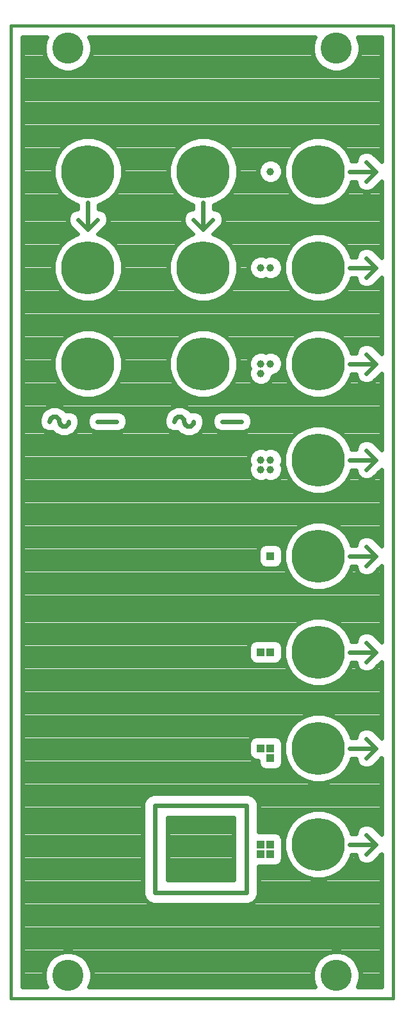
<source format=gtl>
G75*
%MOIN*%
%OFA0B0*%
%FSLAX25Y25*%
%IPPOS*%
%LPD*%
%AMOC8*
5,1,8,0,0,1.08239X$1,22.5*
%
%ADD10C,0.01600*%
%ADD11C,0.02400*%
%ADD12C,0.16205*%
%ADD13C,0.27622*%
%ADD14C,0.03962*%
%ADD15R,0.03962X0.03962*%
D10*
X0004700Y0004700D02*
X0004700Y0510606D01*
X0203519Y0510606D01*
X0203519Y0004700D01*
X0004700Y0004700D01*
D11*
X0010700Y0010700D02*
X0010700Y0504606D01*
X0023146Y0504606D01*
X0022577Y0503620D01*
X0021725Y0500440D01*
X0021725Y0497149D01*
X0022577Y0493969D01*
X0024223Y0491118D01*
X0026551Y0488790D01*
X0029402Y0487144D01*
X0032582Y0486292D01*
X0035874Y0486292D01*
X0039053Y0487144D01*
X0041904Y0488790D01*
X0044232Y0491118D01*
X0045878Y0493969D01*
X0046730Y0497149D01*
X0046730Y0500440D01*
X0045878Y0503620D01*
X0045309Y0504606D01*
X0162910Y0504606D01*
X0162341Y0503620D01*
X0161489Y0500440D01*
X0161489Y0497149D01*
X0162341Y0493969D01*
X0163987Y0491118D01*
X0166315Y0488790D01*
X0169166Y0487144D01*
X0172345Y0486292D01*
X0175637Y0486292D01*
X0178817Y0487144D01*
X0181668Y0488790D01*
X0183996Y0491118D01*
X0185642Y0493969D01*
X0186494Y0497149D01*
X0186494Y0500440D01*
X0185642Y0503620D01*
X0185073Y0504606D01*
X0197519Y0504606D01*
X0197519Y0439801D01*
X0192872Y0444447D01*
X0190814Y0445300D01*
X0188586Y0445300D01*
X0186528Y0444447D01*
X0184953Y0442872D01*
X0184100Y0440814D01*
X0184100Y0440300D01*
X0182053Y0440300D01*
X0181670Y0441729D01*
X0179272Y0445882D01*
X0175882Y0449272D01*
X0171729Y0451670D01*
X0167098Y0452911D01*
X0162302Y0452911D01*
X0157671Y0451670D01*
X0153518Y0449272D01*
X0150128Y0445882D01*
X0147730Y0441729D01*
X0146489Y0437098D01*
X0146489Y0432302D01*
X0147730Y0427671D01*
X0150128Y0423518D01*
X0153518Y0420128D01*
X0157671Y0417730D01*
X0162302Y0416489D01*
X0167098Y0416489D01*
X0171729Y0417730D01*
X0175882Y0420128D01*
X0179272Y0423518D01*
X0181670Y0427671D01*
X0182053Y0429100D01*
X0184100Y0429100D01*
X0184100Y0428586D01*
X0184953Y0426528D01*
X0186528Y0424953D01*
X0188586Y0424100D01*
X0190814Y0424100D01*
X0192872Y0424953D01*
X0197519Y0429599D01*
X0197519Y0389801D01*
X0192872Y0394447D01*
X0190814Y0395300D01*
X0188586Y0395300D01*
X0186528Y0394447D01*
X0184953Y0392872D01*
X0184100Y0390814D01*
X0184100Y0390300D01*
X0182053Y0390300D01*
X0181670Y0391729D01*
X0179272Y0395882D01*
X0175882Y0399272D01*
X0171729Y0401670D01*
X0167098Y0402911D01*
X0162302Y0402911D01*
X0157671Y0401670D01*
X0153518Y0399272D01*
X0150128Y0395882D01*
X0147730Y0391729D01*
X0146489Y0387098D01*
X0146489Y0382302D01*
X0147730Y0377671D01*
X0150128Y0373518D01*
X0153518Y0370128D01*
X0157671Y0367730D01*
X0162302Y0366489D01*
X0167098Y0366489D01*
X0171729Y0367730D01*
X0175882Y0370128D01*
X0179272Y0373518D01*
X0181670Y0377671D01*
X0182053Y0379100D01*
X0184100Y0379100D01*
X0184100Y0378586D01*
X0184953Y0376528D01*
X0186528Y0374953D01*
X0188586Y0374100D01*
X0190814Y0374100D01*
X0192872Y0374953D01*
X0197519Y0379599D01*
X0197519Y0339801D01*
X0192872Y0344447D01*
X0190814Y0345300D01*
X0188586Y0345300D01*
X0186528Y0344447D01*
X0184953Y0342872D01*
X0184100Y0340814D01*
X0184100Y0340300D01*
X0182053Y0340300D01*
X0181670Y0341729D01*
X0179272Y0345882D01*
X0175882Y0349272D01*
X0171729Y0351670D01*
X0167098Y0352911D01*
X0162302Y0352911D01*
X0157671Y0351670D01*
X0153518Y0349272D01*
X0150128Y0345882D01*
X0147730Y0341729D01*
X0146489Y0337098D01*
X0146489Y0332302D01*
X0147730Y0327671D01*
X0150128Y0323518D01*
X0153518Y0320128D01*
X0157671Y0317730D01*
X0162302Y0316489D01*
X0167098Y0316489D01*
X0171729Y0317730D01*
X0175882Y0320128D01*
X0179272Y0323518D01*
X0181670Y0327671D01*
X0182053Y0329100D01*
X0184100Y0329100D01*
X0184100Y0328586D01*
X0184953Y0326528D01*
X0186528Y0324953D01*
X0188586Y0324100D01*
X0190814Y0324100D01*
X0192872Y0324953D01*
X0197519Y0329599D01*
X0197519Y0289801D01*
X0192872Y0294447D01*
X0190814Y0295300D01*
X0188586Y0295300D01*
X0186528Y0294447D01*
X0184953Y0292872D01*
X0184100Y0290814D01*
X0184100Y0290300D01*
X0182053Y0290300D01*
X0181670Y0291729D01*
X0179272Y0295882D01*
X0175882Y0299272D01*
X0171729Y0301670D01*
X0167098Y0302911D01*
X0162302Y0302911D01*
X0157671Y0301670D01*
X0153518Y0299272D01*
X0150128Y0295882D01*
X0147730Y0291729D01*
X0146489Y0287098D01*
X0146489Y0282302D01*
X0147730Y0277671D01*
X0150128Y0273518D01*
X0153518Y0270128D01*
X0157671Y0267730D01*
X0162302Y0266489D01*
X0167098Y0266489D01*
X0171729Y0267730D01*
X0175882Y0270128D01*
X0179272Y0273518D01*
X0181670Y0277671D01*
X0182053Y0279100D01*
X0184100Y0279100D01*
X0184100Y0278586D01*
X0184953Y0276528D01*
X0186528Y0274953D01*
X0188586Y0274100D01*
X0190814Y0274100D01*
X0192872Y0274953D01*
X0197519Y0279599D01*
X0197519Y0239801D01*
X0192872Y0244447D01*
X0190814Y0245300D01*
X0188586Y0245300D01*
X0186528Y0244447D01*
X0184953Y0242872D01*
X0184100Y0240814D01*
X0184100Y0240300D01*
X0182053Y0240300D01*
X0181670Y0241729D01*
X0179272Y0245882D01*
X0175882Y0249272D01*
X0171729Y0251670D01*
X0167098Y0252911D01*
X0162302Y0252911D01*
X0157671Y0251670D01*
X0153518Y0249272D01*
X0150128Y0245882D01*
X0147730Y0241729D01*
X0146489Y0237098D01*
X0146489Y0232302D01*
X0147730Y0227671D01*
X0150128Y0223518D01*
X0153518Y0220128D01*
X0157671Y0217730D01*
X0162302Y0216489D01*
X0167098Y0216489D01*
X0171729Y0217730D01*
X0175882Y0220128D01*
X0179272Y0223518D01*
X0181670Y0227671D01*
X0182053Y0229100D01*
X0184100Y0229100D01*
X0184100Y0228586D01*
X0184953Y0226528D01*
X0186528Y0224953D01*
X0188586Y0224100D01*
X0190814Y0224100D01*
X0192872Y0224953D01*
X0197519Y0229599D01*
X0197519Y0189801D01*
X0192872Y0194447D01*
X0190814Y0195300D01*
X0188586Y0195300D01*
X0186528Y0194447D01*
X0184953Y0192872D01*
X0184100Y0190814D01*
X0184100Y0190300D01*
X0182053Y0190300D01*
X0181670Y0191729D01*
X0179272Y0195882D01*
X0175882Y0199272D01*
X0171729Y0201670D01*
X0167098Y0202911D01*
X0162302Y0202911D01*
X0157671Y0201670D01*
X0153518Y0199272D01*
X0150128Y0195882D01*
X0147730Y0191729D01*
X0146489Y0187098D01*
X0146489Y0182302D01*
X0147730Y0177671D01*
X0150128Y0173518D01*
X0153518Y0170128D01*
X0157671Y0167730D01*
X0162302Y0166489D01*
X0167098Y0166489D01*
X0171729Y0167730D01*
X0175882Y0170128D01*
X0179272Y0173518D01*
X0181670Y0177671D01*
X0182053Y0179100D01*
X0184100Y0179100D01*
X0184100Y0178586D01*
X0184953Y0176528D01*
X0186528Y0174953D01*
X0188586Y0174100D01*
X0190814Y0174100D01*
X0192872Y0174953D01*
X0197519Y0179599D01*
X0197519Y0139801D01*
X0192872Y0144447D01*
X0190814Y0145300D01*
X0188586Y0145300D01*
X0186528Y0144447D01*
X0184953Y0142872D01*
X0184100Y0140814D01*
X0184100Y0140300D01*
X0182053Y0140300D01*
X0181670Y0141729D01*
X0179272Y0145882D01*
X0175882Y0149272D01*
X0171729Y0151670D01*
X0167098Y0152911D01*
X0162302Y0152911D01*
X0157671Y0151670D01*
X0153518Y0149272D01*
X0150128Y0145882D01*
X0147730Y0141729D01*
X0146489Y0137098D01*
X0146489Y0132302D01*
X0147730Y0127671D01*
X0150128Y0123518D01*
X0153518Y0120128D01*
X0157671Y0117730D01*
X0162302Y0116489D01*
X0167098Y0116489D01*
X0171729Y0117730D01*
X0175882Y0120128D01*
X0179272Y0123518D01*
X0181670Y0127671D01*
X0182053Y0129100D01*
X0184100Y0129100D01*
X0184100Y0128586D01*
X0184953Y0126528D01*
X0186528Y0124953D01*
X0188586Y0124100D01*
X0190814Y0124100D01*
X0192872Y0124953D01*
X0197519Y0129599D01*
X0197519Y0089801D01*
X0192872Y0094447D01*
X0190814Y0095300D01*
X0188586Y0095300D01*
X0186528Y0094447D01*
X0184953Y0092872D01*
X0184100Y0090814D01*
X0184100Y0090300D01*
X0182053Y0090300D01*
X0181670Y0091729D01*
X0179272Y0095882D01*
X0175882Y0099272D01*
X0171729Y0101670D01*
X0167098Y0102911D01*
X0162302Y0102911D01*
X0157671Y0101670D01*
X0153518Y0099272D01*
X0150128Y0095882D01*
X0147730Y0091729D01*
X0146489Y0087098D01*
X0146489Y0082302D01*
X0147730Y0077671D01*
X0150128Y0073518D01*
X0153518Y0070128D01*
X0157671Y0067730D01*
X0162302Y0066489D01*
X0167098Y0066489D01*
X0171729Y0067730D01*
X0175882Y0070128D01*
X0179272Y0073518D01*
X0181670Y0077671D01*
X0182053Y0079100D01*
X0184100Y0079100D01*
X0184100Y0078586D01*
X0184953Y0076528D01*
X0186528Y0074953D01*
X0188586Y0074100D01*
X0190814Y0074100D01*
X0192872Y0074953D01*
X0197519Y0079599D01*
X0197519Y0010700D01*
X0185073Y0010700D01*
X0185642Y0011685D01*
X0186494Y0014865D01*
X0186494Y0018157D01*
X0185642Y0021337D01*
X0183996Y0024188D01*
X0181668Y0026515D01*
X0178817Y0028161D01*
X0175637Y0029013D01*
X0172345Y0029013D01*
X0169166Y0028161D01*
X0166315Y0026515D01*
X0163987Y0024188D01*
X0162341Y0021337D01*
X0161489Y0018157D01*
X0161489Y0014865D01*
X0162341Y0011685D01*
X0162910Y0010700D01*
X0045309Y0010700D01*
X0045878Y0011685D01*
X0046730Y0014865D01*
X0046730Y0018157D01*
X0045878Y0021337D01*
X0044232Y0024188D01*
X0041904Y0026515D01*
X0039053Y0028161D01*
X0035874Y0029013D01*
X0032582Y0029013D01*
X0029402Y0028161D01*
X0026551Y0026515D01*
X0024223Y0024188D01*
X0022577Y0021337D01*
X0021725Y0018157D01*
X0021725Y0014865D01*
X0022577Y0011685D01*
X0023146Y0010700D01*
X0010700Y0010700D01*
X0010700Y0011896D02*
X0022521Y0011896D01*
X0021878Y0014294D02*
X0010700Y0014294D01*
X0010700Y0016693D02*
X0021725Y0016693D01*
X0021975Y0019091D02*
X0010700Y0019091D01*
X0010700Y0021490D02*
X0022665Y0021490D01*
X0024050Y0023888D02*
X0010700Y0023888D01*
X0010700Y0026287D02*
X0026322Y0026287D01*
X0031357Y0028685D02*
X0010700Y0028685D01*
X0010700Y0031084D02*
X0197519Y0031084D01*
X0197519Y0033482D02*
X0010700Y0033482D01*
X0010700Y0035881D02*
X0197519Y0035881D01*
X0197519Y0038279D02*
X0010700Y0038279D01*
X0010700Y0040678D02*
X0197519Y0040678D01*
X0197519Y0043076D02*
X0010700Y0043076D01*
X0010700Y0045475D02*
X0197519Y0045475D01*
X0197519Y0047873D02*
X0010700Y0047873D01*
X0010700Y0050272D02*
X0197519Y0050272D01*
X0197519Y0052670D02*
X0010700Y0052670D01*
X0010700Y0055069D02*
X0075280Y0055069D01*
X0076075Y0054274D02*
X0078427Y0053300D01*
X0080973Y0053300D01*
X0125789Y0053300D01*
X0128335Y0053300D01*
X0130688Y0054274D01*
X0132488Y0056075D01*
X0133462Y0058427D01*
X0133462Y0073319D01*
X0142556Y0073319D01*
X0144173Y0073989D01*
X0145411Y0075226D01*
X0146081Y0076844D01*
X0146081Y0087556D01*
X0145411Y0089173D01*
X0144173Y0090411D01*
X0142556Y0091081D01*
X0133462Y0091081D01*
X0133462Y0106091D01*
X0132488Y0108443D01*
X0130688Y0110244D01*
X0128335Y0111218D01*
X0078427Y0111218D01*
X0076075Y0110244D01*
X0074274Y0108443D01*
X0073300Y0106091D01*
X0073300Y0058427D01*
X0074274Y0056075D01*
X0076075Y0054274D01*
X0073698Y0057467D02*
X0010700Y0057467D01*
X0010700Y0059866D02*
X0073300Y0059866D01*
X0073300Y0062264D02*
X0010700Y0062264D01*
X0010700Y0064663D02*
X0073300Y0064663D01*
X0073300Y0067061D02*
X0010700Y0067061D01*
X0010700Y0069460D02*
X0073300Y0069460D01*
X0073300Y0071858D02*
X0010700Y0071858D01*
X0010700Y0074257D02*
X0073300Y0074257D01*
X0073300Y0076655D02*
X0010700Y0076655D01*
X0010700Y0079054D02*
X0073300Y0079054D01*
X0073300Y0081452D02*
X0010700Y0081452D01*
X0010700Y0083851D02*
X0073300Y0083851D01*
X0073300Y0086249D02*
X0010700Y0086249D01*
X0010700Y0088648D02*
X0073300Y0088648D01*
X0073300Y0091046D02*
X0010700Y0091046D01*
X0010700Y0093445D02*
X0073300Y0093445D01*
X0073300Y0095843D02*
X0010700Y0095843D01*
X0010700Y0098242D02*
X0073300Y0098242D01*
X0073300Y0100640D02*
X0010700Y0100640D01*
X0010700Y0103039D02*
X0073300Y0103039D01*
X0073300Y0105437D02*
X0010700Y0105437D01*
X0010700Y0107836D02*
X0074023Y0107836D01*
X0076065Y0110234D02*
X0010700Y0110234D01*
X0010700Y0112633D02*
X0197519Y0112633D01*
X0197519Y0110234D02*
X0130697Y0110234D01*
X0132739Y0107836D02*
X0197519Y0107836D01*
X0197519Y0105437D02*
X0133462Y0105437D01*
X0133462Y0103039D02*
X0197519Y0103039D01*
X0197519Y0100640D02*
X0173512Y0100640D01*
X0176912Y0098242D02*
X0197519Y0098242D01*
X0197519Y0095843D02*
X0179295Y0095843D01*
X0180679Y0093445D02*
X0185525Y0093445D01*
X0184196Y0091046D02*
X0181853Y0091046D01*
X0180950Y0084700D02*
X0194700Y0084700D01*
X0189700Y0079700D01*
X0188207Y0074257D02*
X0179699Y0074257D01*
X0181084Y0076655D02*
X0184900Y0076655D01*
X0184100Y0079054D02*
X0182041Y0079054D01*
X0177613Y0071858D02*
X0197519Y0071858D01*
X0197519Y0069460D02*
X0174725Y0069460D01*
X0169233Y0067061D02*
X0197519Y0067061D01*
X0197519Y0064663D02*
X0133462Y0064663D01*
X0133462Y0067061D02*
X0160167Y0067061D01*
X0154675Y0069460D02*
X0133462Y0069460D01*
X0133462Y0071858D02*
X0151787Y0071858D01*
X0149701Y0074257D02*
X0144442Y0074257D01*
X0146003Y0076655D02*
X0148316Y0076655D01*
X0147359Y0079054D02*
X0146081Y0079054D01*
X0146081Y0081452D02*
X0146717Y0081452D01*
X0146489Y0083851D02*
X0146081Y0083851D01*
X0146081Y0086249D02*
X0146489Y0086249D01*
X0146904Y0088648D02*
X0145629Y0088648D01*
X0147547Y0091046D02*
X0142640Y0091046D01*
X0148721Y0093445D02*
X0133462Y0093445D01*
X0133462Y0095843D02*
X0150105Y0095843D01*
X0152488Y0098242D02*
X0133462Y0098242D01*
X0133462Y0100640D02*
X0155888Y0100640D01*
X0158790Y0117430D02*
X0010700Y0117430D01*
X0010700Y0115032D02*
X0197519Y0115032D01*
X0197519Y0117430D02*
X0170610Y0117430D01*
X0175364Y0119829D02*
X0197519Y0119829D01*
X0197519Y0122227D02*
X0177981Y0122227D01*
X0179912Y0124626D02*
X0187317Y0124626D01*
X0184747Y0127024D02*
X0181297Y0127024D01*
X0180950Y0134700D02*
X0194700Y0134700D01*
X0189700Y0129700D01*
X0192083Y0124626D02*
X0197519Y0124626D01*
X0197519Y0127024D02*
X0194944Y0127024D01*
X0197342Y0129423D02*
X0197519Y0129423D01*
X0194700Y0134700D02*
X0189700Y0139700D01*
X0185894Y0143814D02*
X0180466Y0143814D01*
X0181754Y0141415D02*
X0184349Y0141415D01*
X0178942Y0146212D02*
X0197519Y0146212D01*
X0197519Y0143814D02*
X0193506Y0143814D01*
X0195904Y0141415D02*
X0197519Y0141415D01*
X0197519Y0148611D02*
X0176544Y0148611D01*
X0172874Y0151009D02*
X0197519Y0151009D01*
X0197519Y0153408D02*
X0010700Y0153408D01*
X0010700Y0155806D02*
X0197519Y0155806D01*
X0197519Y0158205D02*
X0010700Y0158205D01*
X0010700Y0160603D02*
X0197519Y0160603D01*
X0197519Y0163002D02*
X0010700Y0163002D01*
X0010700Y0165400D02*
X0197519Y0165400D01*
X0197519Y0167799D02*
X0171848Y0167799D01*
X0175952Y0170197D02*
X0197519Y0170197D01*
X0197519Y0172596D02*
X0178350Y0172596D01*
X0180125Y0174994D02*
X0186486Y0174994D01*
X0184594Y0177393D02*
X0181509Y0177393D01*
X0180950Y0184700D02*
X0194700Y0184700D01*
X0189700Y0179700D01*
X0192914Y0174994D02*
X0197519Y0174994D01*
X0197519Y0177393D02*
X0195312Y0177393D01*
X0194700Y0184700D02*
X0189700Y0189700D01*
X0186263Y0194182D02*
X0180254Y0194182D01*
X0181638Y0191784D02*
X0184502Y0191784D01*
X0178573Y0196581D02*
X0197519Y0196581D01*
X0197519Y0198979D02*
X0176175Y0198979D01*
X0172235Y0201378D02*
X0197519Y0201378D01*
X0197519Y0203776D02*
X0010700Y0203776D01*
X0010700Y0201378D02*
X0157165Y0201378D01*
X0153225Y0198979D02*
X0010700Y0198979D01*
X0010700Y0196581D02*
X0150827Y0196581D01*
X0149146Y0194182D02*
X0010700Y0194182D01*
X0010700Y0191784D02*
X0147762Y0191784D01*
X0147102Y0189385D02*
X0145199Y0189385D01*
X0145411Y0189173D02*
X0144173Y0190411D01*
X0142556Y0191081D01*
X0136844Y0191081D01*
X0131844Y0191081D01*
X0130226Y0190411D01*
X0128989Y0189173D01*
X0128319Y0187556D01*
X0128319Y0181844D01*
X0128989Y0180226D01*
X0130226Y0178989D01*
X0131844Y0178319D01*
X0142556Y0178319D01*
X0144173Y0178989D01*
X0145411Y0180226D01*
X0146081Y0181844D01*
X0146081Y0187556D01*
X0145411Y0189173D01*
X0146081Y0186987D02*
X0146489Y0186987D01*
X0146489Y0184588D02*
X0146081Y0184588D01*
X0146081Y0182190D02*
X0146519Y0182190D01*
X0147162Y0179791D02*
X0144976Y0179791D01*
X0147891Y0177393D02*
X0010700Y0177393D01*
X0010700Y0179791D02*
X0129424Y0179791D01*
X0128319Y0182190D02*
X0010700Y0182190D01*
X0010700Y0184588D02*
X0128319Y0184588D01*
X0128319Y0186987D02*
X0010700Y0186987D01*
X0010700Y0189385D02*
X0129201Y0189385D01*
X0136844Y0228319D02*
X0135226Y0228989D01*
X0133989Y0230226D01*
X0133319Y0231844D01*
X0133319Y0237556D01*
X0133989Y0239173D01*
X0135226Y0240411D01*
X0136844Y0241081D01*
X0142556Y0241081D01*
X0144173Y0240411D01*
X0145411Y0239173D01*
X0146081Y0237556D01*
X0146081Y0231844D01*
X0145411Y0230226D01*
X0144173Y0228989D01*
X0142556Y0228319D01*
X0136844Y0228319D01*
X0134055Y0230160D02*
X0010700Y0230160D01*
X0010700Y0227762D02*
X0147706Y0227762D01*
X0147063Y0230160D02*
X0145345Y0230160D01*
X0146081Y0232559D02*
X0146489Y0232559D01*
X0146489Y0234957D02*
X0146081Y0234957D01*
X0146081Y0237356D02*
X0146558Y0237356D01*
X0147201Y0239754D02*
X0144831Y0239754D01*
X0147975Y0242153D02*
X0010700Y0242153D01*
X0010700Y0244551D02*
X0149359Y0244551D01*
X0151195Y0246950D02*
X0010700Y0246950D01*
X0010700Y0249348D02*
X0153649Y0249348D01*
X0157957Y0251747D02*
X0010700Y0251747D01*
X0010700Y0254145D02*
X0197519Y0254145D01*
X0197519Y0251747D02*
X0171443Y0251747D01*
X0175751Y0249348D02*
X0197519Y0249348D01*
X0197519Y0246950D02*
X0178205Y0246950D01*
X0180041Y0244551D02*
X0186778Y0244551D01*
X0184655Y0242153D02*
X0181425Y0242153D01*
X0180950Y0234700D02*
X0194700Y0234700D01*
X0189700Y0229700D01*
X0184442Y0227762D02*
X0181694Y0227762D01*
X0180338Y0225363D02*
X0186117Y0225363D01*
X0178719Y0222965D02*
X0197519Y0222965D01*
X0197519Y0225363D02*
X0193283Y0225363D01*
X0195681Y0227762D02*
X0197519Y0227762D01*
X0194700Y0234700D02*
X0189700Y0239700D01*
X0192622Y0244551D02*
X0197519Y0244551D01*
X0197519Y0242153D02*
X0195167Y0242153D01*
X0197519Y0256544D02*
X0010700Y0256544D01*
X0010700Y0258942D02*
X0197519Y0258942D01*
X0197519Y0261341D02*
X0010700Y0261341D01*
X0010700Y0263739D02*
X0197519Y0263739D01*
X0197519Y0266138D02*
X0010700Y0266138D01*
X0010700Y0268536D02*
X0156274Y0268536D01*
X0152711Y0270935D02*
X0010700Y0270935D01*
X0010700Y0273333D02*
X0133396Y0273333D01*
X0133431Y0273319D02*
X0135969Y0273319D01*
X0137200Y0273829D01*
X0138431Y0273319D01*
X0140969Y0273319D01*
X0143315Y0274290D01*
X0145110Y0276085D01*
X0146081Y0278431D01*
X0146081Y0280969D01*
X0145571Y0282200D01*
X0146081Y0283431D01*
X0146081Y0285969D01*
X0145110Y0288315D01*
X0143315Y0290110D01*
X0140969Y0291081D01*
X0138431Y0291081D01*
X0137200Y0290571D01*
X0135969Y0291081D01*
X0133431Y0291081D01*
X0131085Y0290110D01*
X0129290Y0288315D01*
X0128319Y0285969D01*
X0128319Y0283431D01*
X0128829Y0282200D01*
X0128319Y0280969D01*
X0128319Y0278431D01*
X0129290Y0276085D01*
X0131085Y0274290D01*
X0133431Y0273319D01*
X0136004Y0273333D02*
X0138396Y0273333D01*
X0141004Y0273333D02*
X0150312Y0273333D01*
X0148850Y0275732D02*
X0144756Y0275732D01*
X0145957Y0278130D02*
X0147607Y0278130D01*
X0146964Y0280529D02*
X0146081Y0280529D01*
X0145873Y0282927D02*
X0146489Y0282927D01*
X0146489Y0285326D02*
X0146081Y0285326D01*
X0146657Y0287724D02*
X0145354Y0287724D01*
X0147300Y0290123D02*
X0143283Y0290123D01*
X0148187Y0292521D02*
X0010700Y0292521D01*
X0010700Y0290123D02*
X0131117Y0290123D01*
X0129046Y0287724D02*
X0010700Y0287724D01*
X0010700Y0285326D02*
X0128319Y0285326D01*
X0128527Y0282927D02*
X0010700Y0282927D01*
X0010700Y0280529D02*
X0128319Y0280529D01*
X0128443Y0278130D02*
X0010700Y0278130D01*
X0010700Y0275732D02*
X0129644Y0275732D01*
X0125814Y0299100D02*
X0127872Y0299953D01*
X0129447Y0301528D01*
X0130300Y0303586D01*
X0130300Y0305814D01*
X0129447Y0307872D01*
X0127872Y0309447D01*
X0125814Y0310300D01*
X0113586Y0310300D01*
X0111528Y0309447D01*
X0109953Y0307872D01*
X0109100Y0305814D01*
X0109100Y0303586D01*
X0109953Y0301528D01*
X0111528Y0299953D01*
X0113586Y0299100D01*
X0125814Y0299100D01*
X0127303Y0299717D02*
X0154288Y0299717D01*
X0151564Y0297318D02*
X0100546Y0297318D01*
X0101788Y0297833D02*
X0098811Y0296600D01*
X0095589Y0296600D01*
X0092612Y0297833D01*
X0091189Y0299256D01*
X0090814Y0299100D01*
X0088586Y0299100D01*
X0086528Y0299953D01*
X0084953Y0301528D01*
X0084100Y0303586D01*
X0084100Y0306311D01*
X0085333Y0309288D01*
X0085333Y0309288D01*
X0087612Y0311567D01*
X0087612Y0311567D01*
X0090589Y0312800D01*
X0093811Y0312800D01*
X0096788Y0311567D01*
X0096788Y0311567D01*
X0098211Y0310144D01*
X0098586Y0310300D01*
X0100814Y0310300D01*
X0102872Y0309447D01*
X0104447Y0307872D01*
X0105300Y0305814D01*
X0105300Y0303089D01*
X0104067Y0300112D01*
X0104067Y0300112D01*
X0101788Y0297833D01*
X0101788Y0297833D01*
X0103672Y0299717D02*
X0112097Y0299717D01*
X0109709Y0302115D02*
X0104897Y0302115D01*
X0105300Y0304514D02*
X0109100Y0304514D01*
X0109555Y0306912D02*
X0104845Y0306912D01*
X0103009Y0309311D02*
X0111391Y0309311D01*
X0114700Y0304700D02*
X0124700Y0304700D01*
X0128009Y0309311D02*
X0197519Y0309311D01*
X0197519Y0311709D02*
X0096444Y0311709D01*
X0097671Y0317730D02*
X0093518Y0320128D01*
X0090128Y0323518D01*
X0087730Y0327671D01*
X0086489Y0332302D01*
X0086489Y0337098D01*
X0087730Y0341729D01*
X0090128Y0345882D01*
X0093518Y0349272D01*
X0097671Y0351670D01*
X0102302Y0352911D01*
X0107098Y0352911D01*
X0111729Y0351670D01*
X0115882Y0349272D01*
X0119272Y0345882D01*
X0121670Y0341729D01*
X0122911Y0337098D01*
X0122911Y0332302D01*
X0121670Y0327671D01*
X0119272Y0323518D01*
X0115882Y0320128D01*
X0111729Y0317730D01*
X0107098Y0316489D01*
X0102302Y0316489D01*
X0097671Y0317730D01*
X0095636Y0318905D02*
X0053764Y0318905D01*
X0051729Y0317730D02*
X0055882Y0320128D01*
X0059272Y0323518D01*
X0061670Y0327671D01*
X0062911Y0332302D01*
X0062911Y0337098D01*
X0061670Y0341729D01*
X0059272Y0345882D01*
X0055882Y0349272D01*
X0051729Y0351670D01*
X0047098Y0352911D01*
X0042302Y0352911D01*
X0037671Y0351670D01*
X0033518Y0349272D01*
X0030128Y0345882D01*
X0027730Y0341729D01*
X0026489Y0337098D01*
X0026489Y0332302D01*
X0027730Y0327671D01*
X0030128Y0323518D01*
X0033518Y0320128D01*
X0037671Y0317730D01*
X0042302Y0316489D01*
X0047098Y0316489D01*
X0051729Y0317730D01*
X0057058Y0321303D02*
X0092342Y0321303D01*
X0090021Y0323702D02*
X0059379Y0323702D01*
X0060763Y0326101D02*
X0088637Y0326101D01*
X0087508Y0328499D02*
X0061892Y0328499D01*
X0062535Y0330898D02*
X0086865Y0330898D01*
X0086489Y0333296D02*
X0062911Y0333296D01*
X0062911Y0335695D02*
X0086489Y0335695D01*
X0086756Y0338093D02*
X0062644Y0338093D01*
X0062002Y0340492D02*
X0087398Y0340492D01*
X0088400Y0342890D02*
X0061000Y0342890D01*
X0059615Y0345289D02*
X0089785Y0345289D01*
X0091933Y0347687D02*
X0057467Y0347687D01*
X0054473Y0350086D02*
X0094927Y0350086D01*
X0100709Y0352484D02*
X0048691Y0352484D01*
X0047098Y0366489D02*
X0051729Y0367730D01*
X0055882Y0370128D01*
X0059272Y0373518D01*
X0061670Y0377671D01*
X0062911Y0382302D01*
X0062911Y0387098D01*
X0061670Y0391729D01*
X0059272Y0395882D01*
X0055882Y0399272D01*
X0051729Y0401670D01*
X0050042Y0402122D01*
X0054447Y0406528D01*
X0055300Y0408586D01*
X0055300Y0410814D01*
X0054447Y0412872D01*
X0052872Y0414447D01*
X0050814Y0415300D01*
X0050300Y0415300D01*
X0050300Y0417347D01*
X0051729Y0417730D01*
X0055882Y0420128D01*
X0059272Y0423518D01*
X0061670Y0427671D01*
X0062911Y0432302D01*
X0062911Y0437098D01*
X0061670Y0441729D01*
X0059272Y0445882D01*
X0055882Y0449272D01*
X0051729Y0451670D01*
X0047098Y0452911D01*
X0042302Y0452911D01*
X0037671Y0451670D01*
X0033518Y0449272D01*
X0030128Y0445882D01*
X0027730Y0441729D01*
X0026489Y0437098D01*
X0026489Y0432302D01*
X0027730Y0427671D01*
X0030128Y0423518D01*
X0033518Y0420128D01*
X0037671Y0417730D01*
X0039100Y0417347D01*
X0039100Y0415300D01*
X0038586Y0415300D01*
X0036528Y0414447D01*
X0034953Y0412872D01*
X0034100Y0410814D01*
X0034100Y0408586D01*
X0034953Y0406528D01*
X0039358Y0402122D01*
X0037671Y0401670D01*
X0033518Y0399272D01*
X0030128Y0395882D01*
X0027730Y0391729D01*
X0026489Y0387098D01*
X0026489Y0382302D01*
X0027730Y0377671D01*
X0030128Y0373518D01*
X0033518Y0370128D01*
X0037671Y0367730D01*
X0042302Y0366489D01*
X0047098Y0366489D01*
X0048539Y0366875D02*
X0100861Y0366875D01*
X0102302Y0366489D02*
X0107098Y0366489D01*
X0111729Y0367730D01*
X0115882Y0370128D01*
X0119272Y0373518D01*
X0121670Y0377671D01*
X0122911Y0382302D01*
X0122911Y0387098D01*
X0121670Y0391729D01*
X0119272Y0395882D01*
X0115882Y0399272D01*
X0111729Y0401670D01*
X0110042Y0402122D01*
X0114447Y0406528D01*
X0115300Y0408586D01*
X0115300Y0410814D01*
X0114447Y0412872D01*
X0112872Y0414447D01*
X0110814Y0415300D01*
X0110300Y0415300D01*
X0110300Y0417347D01*
X0111729Y0417730D01*
X0115882Y0420128D01*
X0119272Y0423518D01*
X0121670Y0427671D01*
X0122911Y0432302D01*
X0122911Y0437098D01*
X0121670Y0441729D01*
X0119272Y0445882D01*
X0115882Y0449272D01*
X0111729Y0451670D01*
X0107098Y0452911D01*
X0102302Y0452911D01*
X0097671Y0451670D01*
X0093518Y0449272D01*
X0090128Y0445882D01*
X0087730Y0441729D01*
X0086489Y0437098D01*
X0086489Y0432302D01*
X0087730Y0427671D01*
X0090128Y0423518D01*
X0093518Y0420128D01*
X0097671Y0417730D01*
X0099100Y0417347D01*
X0099100Y0415300D01*
X0098586Y0415300D01*
X0096528Y0414447D01*
X0094953Y0412872D01*
X0094100Y0410814D01*
X0094100Y0408586D01*
X0094953Y0406528D01*
X0099358Y0402122D01*
X0097671Y0401670D01*
X0093518Y0399272D01*
X0090128Y0395882D01*
X0087730Y0391729D01*
X0086489Y0387098D01*
X0086489Y0382302D01*
X0087730Y0377671D01*
X0090128Y0373518D01*
X0093518Y0370128D01*
X0097671Y0367730D01*
X0102302Y0366489D01*
X0108539Y0366875D02*
X0160861Y0366875D01*
X0154997Y0369274D02*
X0114403Y0369274D01*
X0117427Y0371672D02*
X0151973Y0371672D01*
X0149809Y0374071D02*
X0119591Y0374071D01*
X0120976Y0376469D02*
X0148424Y0376469D01*
X0147409Y0378868D02*
X0142294Y0378868D01*
X0143315Y0379290D02*
X0140969Y0378319D01*
X0138431Y0378319D01*
X0137200Y0378829D01*
X0135969Y0378319D01*
X0133431Y0378319D01*
X0131085Y0379290D01*
X0129290Y0381085D01*
X0128319Y0383431D01*
X0128319Y0385969D01*
X0129290Y0388315D01*
X0131085Y0390110D01*
X0133431Y0391081D01*
X0135969Y0391081D01*
X0137200Y0390571D01*
X0138431Y0391081D01*
X0140969Y0391081D01*
X0143315Y0390110D01*
X0145110Y0388315D01*
X0146081Y0385969D01*
X0146081Y0383431D01*
X0145110Y0381085D01*
X0143315Y0379290D01*
X0145185Y0381266D02*
X0146767Y0381266D01*
X0146489Y0383665D02*
X0146081Y0383665D01*
X0146042Y0386063D02*
X0146489Y0386063D01*
X0146855Y0388462D02*
X0144962Y0388462D01*
X0147497Y0390860D02*
X0141502Y0390860D01*
X0137898Y0390860D02*
X0136502Y0390860D01*
X0132898Y0390860D02*
X0121903Y0390860D01*
X0122545Y0388462D02*
X0129438Y0388462D01*
X0128358Y0386063D02*
X0122911Y0386063D01*
X0122911Y0383665D02*
X0128319Y0383665D01*
X0129215Y0381266D02*
X0122633Y0381266D01*
X0121991Y0378868D02*
X0132106Y0378868D01*
X0120787Y0393259D02*
X0148613Y0393259D01*
X0149998Y0395657D02*
X0119402Y0395657D01*
X0117098Y0398056D02*
X0152302Y0398056D01*
X0155565Y0400454D02*
X0113835Y0400454D01*
X0113171Y0405251D02*
X0197519Y0405251D01*
X0197519Y0402853D02*
X0167314Y0402853D01*
X0162086Y0402853D02*
X0110772Y0402853D01*
X0114912Y0407650D02*
X0197519Y0407650D01*
X0197519Y0410048D02*
X0115300Y0410048D01*
X0114624Y0412447D02*
X0197519Y0412447D01*
X0197519Y0414845D02*
X0111911Y0414845D01*
X0110300Y0417244D02*
X0159485Y0417244D01*
X0154358Y0419642D02*
X0115042Y0419642D01*
X0117795Y0422041D02*
X0151605Y0422041D01*
X0149596Y0424439D02*
X0119804Y0424439D01*
X0121189Y0426838D02*
X0148211Y0426838D01*
X0147310Y0429237D02*
X0143185Y0429237D01*
X0143315Y0429290D02*
X0145110Y0431085D01*
X0146081Y0433431D01*
X0146081Y0435969D01*
X0145110Y0438315D01*
X0143315Y0440110D01*
X0140969Y0441081D01*
X0138431Y0441081D01*
X0136085Y0440110D01*
X0134290Y0438315D01*
X0133319Y0435969D01*
X0133319Y0433431D01*
X0134290Y0431085D01*
X0136085Y0429290D01*
X0138431Y0428319D01*
X0140969Y0428319D01*
X0143315Y0429290D01*
X0145337Y0431635D02*
X0146668Y0431635D01*
X0146489Y0434034D02*
X0146081Y0434034D01*
X0145889Y0436432D02*
X0146489Y0436432D01*
X0146953Y0438831D02*
X0144594Y0438831D01*
X0147596Y0441229D02*
X0121804Y0441229D01*
X0122447Y0438831D02*
X0134806Y0438831D01*
X0133511Y0436432D02*
X0122911Y0436432D01*
X0122911Y0434034D02*
X0133319Y0434034D01*
X0134063Y0431635D02*
X0122732Y0431635D01*
X0122089Y0429237D02*
X0136215Y0429237D01*
X0148826Y0443628D02*
X0120574Y0443628D01*
X0119128Y0446026D02*
X0150272Y0446026D01*
X0152670Y0448425D02*
X0116730Y0448425D01*
X0113196Y0450823D02*
X0156204Y0450823D01*
X0169915Y0417244D02*
X0197519Y0417244D01*
X0197519Y0419642D02*
X0175042Y0419642D01*
X0177795Y0422041D02*
X0197519Y0422041D01*
X0197519Y0424439D02*
X0191633Y0424439D01*
X0189700Y0429700D02*
X0194700Y0434700D01*
X0189700Y0439700D01*
X0193692Y0443628D02*
X0197519Y0443628D01*
X0197519Y0446026D02*
X0179128Y0446026D01*
X0180574Y0443628D02*
X0185708Y0443628D01*
X0184272Y0441229D02*
X0181804Y0441229D01*
X0180950Y0434700D02*
X0194700Y0434700D01*
X0197156Y0429237D02*
X0197519Y0429237D01*
X0197519Y0426838D02*
X0194758Y0426838D01*
X0196091Y0441229D02*
X0197519Y0441229D01*
X0197519Y0448425D02*
X0176730Y0448425D01*
X0173196Y0450823D02*
X0197519Y0450823D01*
X0197519Y0453222D02*
X0010700Y0453222D01*
X0010700Y0455620D02*
X0197519Y0455620D01*
X0197519Y0458019D02*
X0010700Y0458019D01*
X0010700Y0460417D02*
X0197519Y0460417D01*
X0197519Y0462816D02*
X0010700Y0462816D01*
X0010700Y0465214D02*
X0197519Y0465214D01*
X0197519Y0467613D02*
X0010700Y0467613D01*
X0010700Y0470011D02*
X0197519Y0470011D01*
X0197519Y0472410D02*
X0010700Y0472410D01*
X0010700Y0474808D02*
X0197519Y0474808D01*
X0197519Y0477207D02*
X0010700Y0477207D01*
X0010700Y0479605D02*
X0197519Y0479605D01*
X0197519Y0482004D02*
X0010700Y0482004D01*
X0010700Y0484402D02*
X0197519Y0484402D01*
X0197519Y0486801D02*
X0177536Y0486801D01*
X0182077Y0489199D02*
X0197519Y0489199D01*
X0197519Y0491598D02*
X0184273Y0491598D01*
X0185649Y0493996D02*
X0197519Y0493996D01*
X0197519Y0496395D02*
X0186292Y0496395D01*
X0186494Y0498793D02*
X0197519Y0498793D01*
X0197519Y0501192D02*
X0186292Y0501192D01*
X0185650Y0503590D02*
X0197519Y0503590D01*
X0170447Y0486801D02*
X0037772Y0486801D01*
X0042313Y0489199D02*
X0165906Y0489199D01*
X0163710Y0491598D02*
X0044509Y0491598D01*
X0045885Y0493996D02*
X0162334Y0493996D01*
X0161691Y0496395D02*
X0046528Y0496395D01*
X0046730Y0498793D02*
X0161489Y0498793D01*
X0161690Y0501192D02*
X0046529Y0501192D01*
X0045886Y0503590D02*
X0162333Y0503590D01*
X0181189Y0426838D02*
X0184824Y0426838D01*
X0187766Y0424439D02*
X0179804Y0424439D01*
X0173835Y0400454D02*
X0197519Y0400454D01*
X0197519Y0398056D02*
X0177098Y0398056D01*
X0179402Y0395657D02*
X0197519Y0395657D01*
X0197519Y0393259D02*
X0194061Y0393259D01*
X0196459Y0390860D02*
X0197519Y0390860D01*
X0194700Y0384700D02*
X0189700Y0379700D01*
X0194389Y0376469D02*
X0197519Y0376469D01*
X0197519Y0374071D02*
X0179591Y0374071D01*
X0180976Y0376469D02*
X0185011Y0376469D01*
X0184100Y0378868D02*
X0181991Y0378868D01*
X0180950Y0384700D02*
X0194700Y0384700D01*
X0189700Y0389700D01*
X0185339Y0393259D02*
X0180787Y0393259D01*
X0181903Y0390860D02*
X0184119Y0390860D01*
X0177427Y0371672D02*
X0197519Y0371672D01*
X0197519Y0369274D02*
X0174403Y0369274D01*
X0168539Y0366875D02*
X0197519Y0366875D01*
X0197519Y0364477D02*
X0010700Y0364477D01*
X0010700Y0366875D02*
X0040861Y0366875D01*
X0034997Y0369274D02*
X0010700Y0369274D01*
X0010700Y0371672D02*
X0031973Y0371672D01*
X0029809Y0374071D02*
X0010700Y0374071D01*
X0010700Y0376469D02*
X0028424Y0376469D01*
X0027409Y0378868D02*
X0010700Y0378868D01*
X0010700Y0381266D02*
X0026767Y0381266D01*
X0026489Y0383665D02*
X0010700Y0383665D01*
X0010700Y0386063D02*
X0026489Y0386063D01*
X0026855Y0388462D02*
X0010700Y0388462D01*
X0010700Y0390860D02*
X0027497Y0390860D01*
X0028613Y0393259D02*
X0010700Y0393259D01*
X0010700Y0395657D02*
X0029998Y0395657D01*
X0032302Y0398056D02*
X0010700Y0398056D01*
X0010700Y0400454D02*
X0035565Y0400454D01*
X0038628Y0402853D02*
X0010700Y0402853D01*
X0010700Y0405251D02*
X0036229Y0405251D01*
X0034488Y0407650D02*
X0010700Y0407650D01*
X0010700Y0410048D02*
X0034100Y0410048D01*
X0034776Y0412447D02*
X0010700Y0412447D01*
X0010700Y0414845D02*
X0037489Y0414845D01*
X0039100Y0417244D02*
X0010700Y0417244D01*
X0010700Y0419642D02*
X0034358Y0419642D01*
X0031605Y0422041D02*
X0010700Y0422041D01*
X0010700Y0424439D02*
X0029596Y0424439D01*
X0028211Y0426838D02*
X0010700Y0426838D01*
X0010700Y0429237D02*
X0027310Y0429237D01*
X0026668Y0431635D02*
X0010700Y0431635D01*
X0010700Y0434034D02*
X0026489Y0434034D01*
X0026489Y0436432D02*
X0010700Y0436432D01*
X0010700Y0438831D02*
X0026953Y0438831D01*
X0027596Y0441229D02*
X0010700Y0441229D01*
X0010700Y0443628D02*
X0028826Y0443628D01*
X0030272Y0446026D02*
X0010700Y0446026D01*
X0010700Y0448425D02*
X0032670Y0448425D01*
X0036204Y0450823D02*
X0010700Y0450823D01*
X0010700Y0486801D02*
X0030683Y0486801D01*
X0026142Y0489199D02*
X0010700Y0489199D01*
X0010700Y0491598D02*
X0023946Y0491598D01*
X0022570Y0493996D02*
X0010700Y0493996D01*
X0010700Y0496395D02*
X0021927Y0496395D01*
X0021725Y0498793D02*
X0010700Y0498793D01*
X0010700Y0501192D02*
X0021927Y0501192D01*
X0022569Y0503590D02*
X0010700Y0503590D01*
X0044700Y0418450D02*
X0044700Y0404700D01*
X0049700Y0409700D01*
X0051911Y0414845D02*
X0097489Y0414845D01*
X0099100Y0417244D02*
X0050300Y0417244D01*
X0055042Y0419642D02*
X0094358Y0419642D01*
X0091605Y0422041D02*
X0057795Y0422041D01*
X0059804Y0424439D02*
X0089596Y0424439D01*
X0088211Y0426838D02*
X0061189Y0426838D01*
X0062089Y0429237D02*
X0087310Y0429237D01*
X0086668Y0431635D02*
X0062732Y0431635D01*
X0062911Y0434034D02*
X0086489Y0434034D01*
X0086489Y0436432D02*
X0062911Y0436432D01*
X0062447Y0438831D02*
X0086953Y0438831D01*
X0087596Y0441229D02*
X0061804Y0441229D01*
X0060574Y0443628D02*
X0088826Y0443628D01*
X0090272Y0446026D02*
X0059128Y0446026D01*
X0056730Y0448425D02*
X0092670Y0448425D01*
X0096204Y0450823D02*
X0053196Y0450823D01*
X0054624Y0412447D02*
X0094776Y0412447D01*
X0094100Y0410048D02*
X0055300Y0410048D01*
X0054912Y0407650D02*
X0094488Y0407650D01*
X0096229Y0405251D02*
X0053171Y0405251D01*
X0050772Y0402853D02*
X0098628Y0402853D01*
X0095565Y0400454D02*
X0053835Y0400454D01*
X0057098Y0398056D02*
X0092302Y0398056D01*
X0089998Y0395657D02*
X0059402Y0395657D01*
X0060787Y0393259D02*
X0088613Y0393259D01*
X0087497Y0390860D02*
X0061903Y0390860D01*
X0062545Y0388462D02*
X0086855Y0388462D01*
X0086489Y0386063D02*
X0062911Y0386063D01*
X0062911Y0383665D02*
X0086489Y0383665D01*
X0086767Y0381266D02*
X0062633Y0381266D01*
X0061991Y0378868D02*
X0087409Y0378868D01*
X0088424Y0376469D02*
X0060976Y0376469D01*
X0059591Y0374071D02*
X0089809Y0374071D01*
X0091973Y0371672D02*
X0057427Y0371672D01*
X0054403Y0369274D02*
X0094997Y0369274D01*
X0108691Y0352484D02*
X0160709Y0352484D01*
X0154927Y0350086D02*
X0114473Y0350086D01*
X0117467Y0347687D02*
X0151933Y0347687D01*
X0149785Y0345289D02*
X0119615Y0345289D01*
X0121000Y0342890D02*
X0148400Y0342890D01*
X0147398Y0340492D02*
X0142392Y0340492D01*
X0143315Y0340110D02*
X0140969Y0341081D01*
X0138431Y0341081D01*
X0137200Y0340571D01*
X0135969Y0341081D01*
X0133431Y0341081D01*
X0131085Y0340110D01*
X0129290Y0338315D01*
X0128319Y0335969D01*
X0128319Y0333431D01*
X0128829Y0332200D01*
X0128319Y0330969D01*
X0128319Y0328431D01*
X0129290Y0326085D01*
X0131085Y0324290D01*
X0133431Y0323319D01*
X0135969Y0323319D01*
X0138315Y0324290D01*
X0140110Y0326085D01*
X0141048Y0328352D01*
X0143315Y0329290D01*
X0145110Y0331085D01*
X0146081Y0333431D01*
X0146081Y0335969D01*
X0145110Y0338315D01*
X0143315Y0340110D01*
X0145201Y0338093D02*
X0146756Y0338093D01*
X0146489Y0335695D02*
X0146081Y0335695D01*
X0146025Y0333296D02*
X0146489Y0333296D01*
X0146865Y0330898D02*
X0144922Y0330898D01*
X0147508Y0328499D02*
X0141404Y0328499D01*
X0140116Y0326101D02*
X0148637Y0326101D01*
X0150021Y0323702D02*
X0136894Y0323702D01*
X0132506Y0323702D02*
X0119379Y0323702D01*
X0120763Y0326101D02*
X0129284Y0326101D01*
X0128319Y0328499D02*
X0121892Y0328499D01*
X0122535Y0330898D02*
X0128319Y0330898D01*
X0128375Y0333296D02*
X0122911Y0333296D01*
X0122911Y0335695D02*
X0128319Y0335695D01*
X0129199Y0338093D02*
X0122644Y0338093D01*
X0122002Y0340492D02*
X0132008Y0340492D01*
X0129845Y0306912D02*
X0197519Y0306912D01*
X0197519Y0304514D02*
X0130300Y0304514D01*
X0129691Y0302115D02*
X0159333Y0302115D01*
X0162237Y0316506D02*
X0107163Y0316506D01*
X0102237Y0316506D02*
X0047163Y0316506D01*
X0048586Y0310300D02*
X0046528Y0309447D01*
X0044953Y0307872D01*
X0044100Y0305814D01*
X0044100Y0303586D01*
X0044953Y0301528D01*
X0046528Y0299953D01*
X0048586Y0299100D01*
X0060814Y0299100D01*
X0062872Y0299953D01*
X0064447Y0301528D01*
X0065300Y0303586D01*
X0065300Y0305814D01*
X0064447Y0307872D01*
X0062872Y0309447D01*
X0060814Y0310300D01*
X0048586Y0310300D01*
X0046391Y0309311D02*
X0038009Y0309311D01*
X0037872Y0309447D02*
X0035814Y0310300D01*
X0033586Y0310300D01*
X0033211Y0310144D01*
X0031788Y0311567D01*
X0028811Y0312800D01*
X0025589Y0312800D01*
X0022612Y0311567D01*
X0022612Y0311567D01*
X0020333Y0309288D01*
X0019100Y0306311D01*
X0019100Y0303586D01*
X0019953Y0301528D01*
X0021528Y0299953D01*
X0023586Y0299100D01*
X0025814Y0299100D01*
X0026189Y0299256D01*
X0027612Y0297833D01*
X0030589Y0296600D01*
X0033811Y0296600D01*
X0036788Y0297833D01*
X0036788Y0297833D01*
X0039067Y0300112D01*
X0040300Y0303089D01*
X0040300Y0305814D01*
X0039447Y0307872D01*
X0037872Y0309447D01*
X0039845Y0306912D02*
X0044555Y0306912D01*
X0044100Y0304514D02*
X0040300Y0304514D01*
X0039897Y0302115D02*
X0044709Y0302115D01*
X0047097Y0299717D02*
X0038672Y0299717D01*
X0039067Y0300112D02*
X0039067Y0300112D01*
X0035546Y0297318D02*
X0093854Y0297318D01*
X0092612Y0297833D02*
X0092612Y0297833D01*
X0094700Y0304700D02*
X0094698Y0304798D01*
X0094692Y0304896D01*
X0094683Y0304994D01*
X0094669Y0305091D01*
X0094652Y0305188D01*
X0094631Y0305284D01*
X0094606Y0305379D01*
X0094578Y0305473D01*
X0094545Y0305565D01*
X0094510Y0305657D01*
X0094470Y0305747D01*
X0094428Y0305835D01*
X0094381Y0305922D01*
X0094332Y0306006D01*
X0094279Y0306089D01*
X0094223Y0306169D01*
X0094163Y0306248D01*
X0094101Y0306324D01*
X0094036Y0306397D01*
X0093968Y0306468D01*
X0093897Y0306536D01*
X0093824Y0306601D01*
X0093748Y0306663D01*
X0093669Y0306723D01*
X0093589Y0306779D01*
X0093506Y0306832D01*
X0093422Y0306881D01*
X0093335Y0306928D01*
X0093247Y0306970D01*
X0093157Y0307010D01*
X0093065Y0307045D01*
X0092973Y0307078D01*
X0092879Y0307106D01*
X0092784Y0307131D01*
X0092688Y0307152D01*
X0092591Y0307169D01*
X0092494Y0307183D01*
X0092396Y0307192D01*
X0092298Y0307198D01*
X0092200Y0307200D01*
X0092102Y0307198D01*
X0092004Y0307192D01*
X0091906Y0307183D01*
X0091809Y0307169D01*
X0091712Y0307152D01*
X0091616Y0307131D01*
X0091521Y0307106D01*
X0091427Y0307078D01*
X0091335Y0307045D01*
X0091243Y0307010D01*
X0091153Y0306970D01*
X0091065Y0306928D01*
X0090978Y0306881D01*
X0090894Y0306832D01*
X0090811Y0306779D01*
X0090731Y0306723D01*
X0090652Y0306663D01*
X0090576Y0306601D01*
X0090503Y0306536D01*
X0090432Y0306468D01*
X0090364Y0306397D01*
X0090299Y0306324D01*
X0090237Y0306248D01*
X0090177Y0306169D01*
X0090121Y0306089D01*
X0090068Y0306006D01*
X0090019Y0305922D01*
X0089972Y0305835D01*
X0089930Y0305747D01*
X0089890Y0305657D01*
X0089855Y0305565D01*
X0089822Y0305473D01*
X0089794Y0305379D01*
X0089769Y0305284D01*
X0089748Y0305188D01*
X0089731Y0305091D01*
X0089717Y0304994D01*
X0089708Y0304896D01*
X0089702Y0304798D01*
X0089700Y0304700D01*
X0087097Y0299717D02*
X0062303Y0299717D01*
X0064691Y0302115D02*
X0084709Y0302115D01*
X0084100Y0304514D02*
X0065300Y0304514D01*
X0064845Y0306912D02*
X0084349Y0306912D01*
X0085356Y0309311D02*
X0063009Y0309311D01*
X0059700Y0304700D02*
X0049700Y0304700D01*
X0042237Y0316506D02*
X0010700Y0316506D01*
X0010700Y0314108D02*
X0197519Y0314108D01*
X0197519Y0316506D02*
X0167163Y0316506D01*
X0173764Y0318905D02*
X0197519Y0318905D01*
X0197519Y0321303D02*
X0177058Y0321303D01*
X0179379Y0323702D02*
X0197519Y0323702D01*
X0197519Y0326101D02*
X0194020Y0326101D01*
X0196419Y0328499D02*
X0197519Y0328499D01*
X0194700Y0334700D02*
X0189700Y0329700D01*
X0185380Y0326101D02*
X0180763Y0326101D01*
X0181892Y0328499D02*
X0184136Y0328499D01*
X0180950Y0334700D02*
X0194700Y0334700D01*
X0189700Y0339700D01*
X0188559Y0345289D02*
X0179615Y0345289D01*
X0181000Y0342890D02*
X0184971Y0342890D01*
X0184100Y0340492D02*
X0182002Y0340492D01*
X0177467Y0347687D02*
X0197519Y0347687D01*
X0197519Y0345289D02*
X0190841Y0345289D01*
X0194429Y0342890D02*
X0197519Y0342890D01*
X0197519Y0340492D02*
X0196828Y0340492D01*
X0197519Y0350086D02*
X0174473Y0350086D01*
X0168691Y0352484D02*
X0197519Y0352484D01*
X0197519Y0354883D02*
X0010700Y0354883D01*
X0010700Y0357281D02*
X0197519Y0357281D01*
X0197519Y0359680D02*
X0010700Y0359680D01*
X0010700Y0362078D02*
X0197519Y0362078D01*
X0197519Y0378868D02*
X0196787Y0378868D01*
X0197519Y0302115D02*
X0170067Y0302115D01*
X0175112Y0299717D02*
X0197519Y0299717D01*
X0197519Y0297318D02*
X0177836Y0297318D01*
X0179828Y0294920D02*
X0187668Y0294920D01*
X0184807Y0292521D02*
X0181213Y0292521D01*
X0180950Y0284700D02*
X0194700Y0284700D01*
X0189700Y0279700D01*
X0193651Y0275732D02*
X0197519Y0275732D01*
X0197519Y0278130D02*
X0196050Y0278130D01*
X0197519Y0273333D02*
X0179088Y0273333D01*
X0180550Y0275732D02*
X0185749Y0275732D01*
X0184289Y0278130D02*
X0181793Y0278130D01*
X0176689Y0270935D02*
X0197519Y0270935D01*
X0197519Y0268536D02*
X0173126Y0268536D01*
X0189700Y0289700D02*
X0194700Y0284700D01*
X0197197Y0290123D02*
X0197519Y0290123D01*
X0197519Y0292521D02*
X0194798Y0292521D01*
X0197519Y0294920D02*
X0191732Y0294920D01*
X0197519Y0220566D02*
X0176320Y0220566D01*
X0172487Y0218168D02*
X0197519Y0218168D01*
X0197519Y0215769D02*
X0010700Y0215769D01*
X0010700Y0213370D02*
X0197519Y0213370D01*
X0197519Y0210972D02*
X0010700Y0210972D01*
X0010700Y0208573D02*
X0197519Y0208573D01*
X0197519Y0206175D02*
X0010700Y0206175D01*
X0010700Y0218168D02*
X0156913Y0218168D01*
X0153080Y0220566D02*
X0010700Y0220566D01*
X0010700Y0222965D02*
X0150681Y0222965D01*
X0149062Y0225363D02*
X0010700Y0225363D01*
X0010700Y0232559D02*
X0133319Y0232559D01*
X0133319Y0234957D02*
X0010700Y0234957D01*
X0010700Y0237356D02*
X0133319Y0237356D01*
X0134569Y0239754D02*
X0010700Y0239754D01*
X0010700Y0294920D02*
X0149572Y0294920D01*
X0155636Y0318905D02*
X0113764Y0318905D01*
X0117058Y0321303D02*
X0152342Y0321303D01*
X0104700Y0404700D02*
X0109700Y0409700D01*
X0104700Y0404700D02*
X0099700Y0409700D01*
X0104700Y0404700D02*
X0104700Y0418450D01*
X0087956Y0311709D02*
X0031444Y0311709D01*
X0031788Y0311567D02*
X0031788Y0311567D01*
X0029700Y0304700D02*
X0029702Y0304602D01*
X0029708Y0304504D01*
X0029717Y0304406D01*
X0029731Y0304309D01*
X0029748Y0304212D01*
X0029769Y0304116D01*
X0029794Y0304021D01*
X0029822Y0303927D01*
X0029855Y0303835D01*
X0029890Y0303743D01*
X0029930Y0303653D01*
X0029972Y0303565D01*
X0030019Y0303478D01*
X0030068Y0303394D01*
X0030121Y0303311D01*
X0030177Y0303231D01*
X0030237Y0303152D01*
X0030299Y0303076D01*
X0030364Y0303003D01*
X0030432Y0302932D01*
X0030503Y0302864D01*
X0030576Y0302799D01*
X0030652Y0302737D01*
X0030731Y0302677D01*
X0030811Y0302621D01*
X0030894Y0302568D01*
X0030978Y0302519D01*
X0031065Y0302472D01*
X0031153Y0302430D01*
X0031243Y0302390D01*
X0031335Y0302355D01*
X0031427Y0302322D01*
X0031521Y0302294D01*
X0031616Y0302269D01*
X0031712Y0302248D01*
X0031809Y0302231D01*
X0031906Y0302217D01*
X0032004Y0302208D01*
X0032102Y0302202D01*
X0032200Y0302200D01*
X0032298Y0302202D01*
X0032396Y0302208D01*
X0032494Y0302217D01*
X0032591Y0302231D01*
X0032688Y0302248D01*
X0032784Y0302269D01*
X0032879Y0302294D01*
X0032973Y0302322D01*
X0033065Y0302355D01*
X0033157Y0302390D01*
X0033247Y0302430D01*
X0033335Y0302472D01*
X0033422Y0302519D01*
X0033506Y0302568D01*
X0033589Y0302621D01*
X0033669Y0302677D01*
X0033748Y0302737D01*
X0033824Y0302799D01*
X0033897Y0302864D01*
X0033968Y0302932D01*
X0034036Y0303003D01*
X0034101Y0303076D01*
X0034163Y0303152D01*
X0034223Y0303231D01*
X0034279Y0303311D01*
X0034332Y0303394D01*
X0034381Y0303478D01*
X0034428Y0303565D01*
X0034470Y0303653D01*
X0034510Y0303743D01*
X0034545Y0303835D01*
X0034578Y0303927D01*
X0034606Y0304021D01*
X0034631Y0304116D01*
X0034652Y0304212D01*
X0034669Y0304309D01*
X0034683Y0304406D01*
X0034692Y0304504D01*
X0034698Y0304602D01*
X0034700Y0304700D01*
X0029700Y0304700D02*
X0029698Y0304798D01*
X0029692Y0304896D01*
X0029683Y0304994D01*
X0029669Y0305091D01*
X0029652Y0305188D01*
X0029631Y0305284D01*
X0029606Y0305379D01*
X0029578Y0305473D01*
X0029545Y0305565D01*
X0029510Y0305657D01*
X0029470Y0305747D01*
X0029428Y0305835D01*
X0029381Y0305922D01*
X0029332Y0306006D01*
X0029279Y0306089D01*
X0029223Y0306169D01*
X0029163Y0306248D01*
X0029101Y0306324D01*
X0029036Y0306397D01*
X0028968Y0306468D01*
X0028897Y0306536D01*
X0028824Y0306601D01*
X0028748Y0306663D01*
X0028669Y0306723D01*
X0028589Y0306779D01*
X0028506Y0306832D01*
X0028422Y0306881D01*
X0028335Y0306928D01*
X0028247Y0306970D01*
X0028157Y0307010D01*
X0028065Y0307045D01*
X0027973Y0307078D01*
X0027879Y0307106D01*
X0027784Y0307131D01*
X0027688Y0307152D01*
X0027591Y0307169D01*
X0027494Y0307183D01*
X0027396Y0307192D01*
X0027298Y0307198D01*
X0027200Y0307200D01*
X0027102Y0307198D01*
X0027004Y0307192D01*
X0026906Y0307183D01*
X0026809Y0307169D01*
X0026712Y0307152D01*
X0026616Y0307131D01*
X0026521Y0307106D01*
X0026427Y0307078D01*
X0026335Y0307045D01*
X0026243Y0307010D01*
X0026153Y0306970D01*
X0026065Y0306928D01*
X0025978Y0306881D01*
X0025894Y0306832D01*
X0025811Y0306779D01*
X0025731Y0306723D01*
X0025652Y0306663D01*
X0025576Y0306601D01*
X0025503Y0306536D01*
X0025432Y0306468D01*
X0025364Y0306397D01*
X0025299Y0306324D01*
X0025237Y0306248D01*
X0025177Y0306169D01*
X0025121Y0306089D01*
X0025068Y0306006D01*
X0025019Y0305922D01*
X0024972Y0305835D01*
X0024930Y0305747D01*
X0024890Y0305657D01*
X0024855Y0305565D01*
X0024822Y0305473D01*
X0024794Y0305379D01*
X0024769Y0305284D01*
X0024748Y0305188D01*
X0024731Y0305091D01*
X0024717Y0304994D01*
X0024708Y0304896D01*
X0024702Y0304798D01*
X0024700Y0304700D01*
X0022097Y0299717D02*
X0010700Y0299717D01*
X0010700Y0302115D02*
X0019709Y0302115D01*
X0019100Y0304514D02*
X0010700Y0304514D01*
X0010700Y0306912D02*
X0019349Y0306912D01*
X0020333Y0309288D02*
X0020333Y0309288D01*
X0020356Y0309311D02*
X0010700Y0309311D01*
X0010700Y0311709D02*
X0022956Y0311709D01*
X0030021Y0323702D02*
X0010700Y0323702D01*
X0010700Y0321303D02*
X0032342Y0321303D01*
X0035636Y0318905D02*
X0010700Y0318905D01*
X0010700Y0326101D02*
X0028637Y0326101D01*
X0027508Y0328499D02*
X0010700Y0328499D01*
X0010700Y0330898D02*
X0026865Y0330898D01*
X0026489Y0333296D02*
X0010700Y0333296D01*
X0010700Y0335695D02*
X0026489Y0335695D01*
X0026756Y0338093D02*
X0010700Y0338093D01*
X0010700Y0340492D02*
X0027398Y0340492D01*
X0028400Y0342890D02*
X0010700Y0342890D01*
X0010700Y0345289D02*
X0029785Y0345289D01*
X0031933Y0347687D02*
X0010700Y0347687D01*
X0010700Y0350086D02*
X0034927Y0350086D01*
X0040709Y0352484D02*
X0010700Y0352484D01*
X0010700Y0297318D02*
X0028854Y0297318D01*
X0027612Y0297833D02*
X0027612Y0297833D01*
X0044700Y0404700D02*
X0039700Y0409700D01*
X0094700Y0304700D02*
X0094702Y0304602D01*
X0094708Y0304504D01*
X0094717Y0304406D01*
X0094731Y0304309D01*
X0094748Y0304212D01*
X0094769Y0304116D01*
X0094794Y0304021D01*
X0094822Y0303927D01*
X0094855Y0303835D01*
X0094890Y0303743D01*
X0094930Y0303653D01*
X0094972Y0303565D01*
X0095019Y0303478D01*
X0095068Y0303394D01*
X0095121Y0303311D01*
X0095177Y0303231D01*
X0095237Y0303152D01*
X0095299Y0303076D01*
X0095364Y0303003D01*
X0095432Y0302932D01*
X0095503Y0302864D01*
X0095576Y0302799D01*
X0095652Y0302737D01*
X0095731Y0302677D01*
X0095811Y0302621D01*
X0095894Y0302568D01*
X0095978Y0302519D01*
X0096065Y0302472D01*
X0096153Y0302430D01*
X0096243Y0302390D01*
X0096335Y0302355D01*
X0096427Y0302322D01*
X0096521Y0302294D01*
X0096616Y0302269D01*
X0096712Y0302248D01*
X0096809Y0302231D01*
X0096906Y0302217D01*
X0097004Y0302208D01*
X0097102Y0302202D01*
X0097200Y0302200D01*
X0097298Y0302202D01*
X0097396Y0302208D01*
X0097494Y0302217D01*
X0097591Y0302231D01*
X0097688Y0302248D01*
X0097784Y0302269D01*
X0097879Y0302294D01*
X0097973Y0302322D01*
X0098065Y0302355D01*
X0098157Y0302390D01*
X0098247Y0302430D01*
X0098335Y0302472D01*
X0098422Y0302519D01*
X0098506Y0302568D01*
X0098589Y0302621D01*
X0098669Y0302677D01*
X0098748Y0302737D01*
X0098824Y0302799D01*
X0098897Y0302864D01*
X0098968Y0302932D01*
X0099036Y0303003D01*
X0099101Y0303076D01*
X0099163Y0303152D01*
X0099223Y0303231D01*
X0099279Y0303311D01*
X0099332Y0303394D01*
X0099381Y0303478D01*
X0099428Y0303565D01*
X0099470Y0303653D01*
X0099510Y0303743D01*
X0099545Y0303835D01*
X0099578Y0303927D01*
X0099606Y0304021D01*
X0099631Y0304116D01*
X0099652Y0304212D01*
X0099669Y0304309D01*
X0099683Y0304406D01*
X0099692Y0304504D01*
X0099698Y0304602D01*
X0099700Y0304700D01*
X0149275Y0174994D02*
X0010700Y0174994D01*
X0010700Y0172596D02*
X0151050Y0172596D01*
X0153448Y0170197D02*
X0010700Y0170197D01*
X0010700Y0167799D02*
X0157552Y0167799D01*
X0156526Y0151009D02*
X0010700Y0151009D01*
X0010700Y0148611D02*
X0152856Y0148611D01*
X0150458Y0146212D02*
X0010700Y0146212D01*
X0010700Y0143814D02*
X0148934Y0143814D01*
X0147646Y0141415D02*
X0010700Y0141415D01*
X0010700Y0139017D02*
X0128924Y0139017D01*
X0128989Y0139173D02*
X0128319Y0137556D01*
X0128319Y0131844D01*
X0128989Y0130226D01*
X0130226Y0128989D01*
X0131844Y0128319D01*
X0133319Y0128319D01*
X0133319Y0126844D01*
X0133989Y0125226D01*
X0135226Y0123989D01*
X0136844Y0123319D01*
X0142556Y0123319D01*
X0144173Y0123989D01*
X0145411Y0125226D01*
X0146081Y0126844D01*
X0146081Y0137556D01*
X0145411Y0139173D01*
X0144173Y0140411D01*
X0142556Y0141081D01*
X0136844Y0141081D01*
X0131844Y0141081D01*
X0130226Y0140411D01*
X0128989Y0139173D01*
X0128319Y0136618D02*
X0010700Y0136618D01*
X0010700Y0134220D02*
X0128319Y0134220D01*
X0128328Y0131821D02*
X0010700Y0131821D01*
X0010700Y0129423D02*
X0129793Y0129423D01*
X0133319Y0127024D02*
X0010700Y0127024D01*
X0010700Y0124626D02*
X0134590Y0124626D01*
X0144810Y0124626D02*
X0149488Y0124626D01*
X0148103Y0127024D02*
X0146081Y0127024D01*
X0146081Y0129423D02*
X0147261Y0129423D01*
X0146618Y0131821D02*
X0146081Y0131821D01*
X0146081Y0134220D02*
X0146489Y0134220D01*
X0146489Y0136618D02*
X0146081Y0136618D01*
X0145476Y0139017D02*
X0147003Y0139017D01*
X0151419Y0122227D02*
X0010700Y0122227D01*
X0010700Y0119829D02*
X0154036Y0119829D01*
X0133462Y0062264D02*
X0197519Y0062264D01*
X0197519Y0059866D02*
X0133462Y0059866D01*
X0133065Y0057467D02*
X0197519Y0057467D01*
X0197519Y0055069D02*
X0131482Y0055069D01*
X0127062Y0059700D02*
X0127062Y0104818D01*
X0079700Y0104818D01*
X0079700Y0059700D01*
X0127062Y0059700D01*
X0120662Y0066100D02*
X0086100Y0066100D01*
X0086100Y0098418D01*
X0120662Y0098418D01*
X0120662Y0066100D01*
X0120662Y0067061D02*
X0086100Y0067061D01*
X0086100Y0069460D02*
X0120662Y0069460D01*
X0120662Y0071858D02*
X0086100Y0071858D01*
X0086100Y0074257D02*
X0120662Y0074257D01*
X0120662Y0076655D02*
X0086100Y0076655D01*
X0086100Y0079054D02*
X0120662Y0079054D01*
X0120662Y0081452D02*
X0086100Y0081452D01*
X0086100Y0083851D02*
X0120662Y0083851D01*
X0120662Y0086249D02*
X0086100Y0086249D01*
X0086100Y0088648D02*
X0120662Y0088648D01*
X0120662Y0091046D02*
X0086100Y0091046D01*
X0086100Y0093445D02*
X0120662Y0093445D01*
X0120662Y0095843D02*
X0086100Y0095843D01*
X0086100Y0098242D02*
X0120662Y0098242D01*
X0162429Y0021490D02*
X0045790Y0021490D01*
X0046480Y0019091D02*
X0161739Y0019091D01*
X0161489Y0016693D02*
X0046730Y0016693D01*
X0046577Y0014294D02*
X0161642Y0014294D01*
X0162285Y0011896D02*
X0045934Y0011896D01*
X0044405Y0023888D02*
X0163814Y0023888D01*
X0166086Y0026287D02*
X0042133Y0026287D01*
X0037099Y0028685D02*
X0171120Y0028685D01*
X0176862Y0028685D02*
X0197519Y0028685D01*
X0197519Y0026287D02*
X0181897Y0026287D01*
X0184169Y0023888D02*
X0197519Y0023888D01*
X0197519Y0021490D02*
X0185553Y0021490D01*
X0186243Y0019091D02*
X0197519Y0019091D01*
X0197519Y0016693D02*
X0186494Y0016693D01*
X0186341Y0014294D02*
X0197519Y0014294D01*
X0197519Y0011896D02*
X0185698Y0011896D01*
X0191193Y0074257D02*
X0197519Y0074257D01*
X0197519Y0076655D02*
X0194575Y0076655D01*
X0196973Y0079054D02*
X0197519Y0079054D01*
X0194700Y0084700D02*
X0189700Y0089700D01*
X0193875Y0093445D02*
X0197519Y0093445D01*
X0197519Y0091046D02*
X0196273Y0091046D01*
X0195536Y0191784D02*
X0197519Y0191784D01*
X0197519Y0194182D02*
X0193137Y0194182D01*
D12*
X0173991Y0016511D03*
X0034228Y0016511D03*
X0034228Y0498794D03*
X0173991Y0498794D03*
D13*
X0164700Y0434700D03*
X0164700Y0384700D03*
X0164700Y0334700D03*
X0164700Y0284700D03*
X0164700Y0234700D03*
X0164700Y0184700D03*
X0164700Y0134700D03*
X0164700Y0084700D03*
X0104700Y0334700D03*
X0104700Y0384700D03*
X0104700Y0434700D03*
X0044700Y0434700D03*
X0044700Y0384700D03*
X0044700Y0334700D03*
D14*
X0134700Y0334700D03*
X0134700Y0329700D03*
X0139700Y0334700D03*
X0139700Y0284700D03*
X0139700Y0279700D03*
X0134700Y0279700D03*
X0134700Y0284700D03*
X0134700Y0384700D03*
X0139700Y0384700D03*
X0139700Y0434700D03*
D15*
X0139700Y0234700D03*
X0139700Y0184700D03*
X0134700Y0184700D03*
X0134700Y0134700D03*
X0139700Y0134700D03*
X0139700Y0129700D03*
X0139700Y0084700D03*
X0139700Y0079700D03*
X0134700Y0079700D03*
X0134700Y0084700D03*
M02*

</source>
